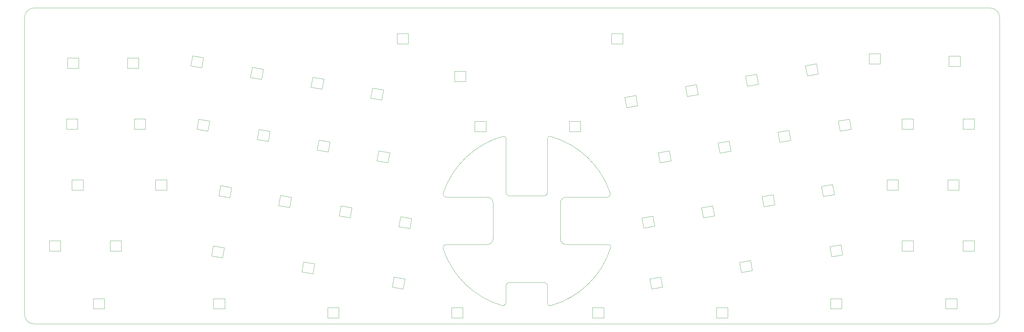
<source format=gbr>
G04 #@! TF.GenerationSoftware,KiCad,Pcbnew,(6.0.0-0)*
G04 #@! TF.CreationDate,2021-12-31T14:24:18+09:00*
G04 #@! TF.ProjectId,aliceball,616c6963-6562-4616-9c6c-2e6b69636164,rev?*
G04 #@! TF.SameCoordinates,Original*
G04 #@! TF.FileFunction,Profile,NP*
%FSLAX46Y46*%
G04 Gerber Fmt 4.6, Leading zero omitted, Abs format (unit mm)*
G04 Created by KiCad (PCBNEW (6.0.0-0)) date 2021-12-31 14:24:18*
%MOMM*%
%LPD*%
G01*
G04 APERTURE LIST*
G04 #@! TA.AperFunction,Profile*
%ADD10C,0.100000*%
G04 #@! TD*
G04 #@! TA.AperFunction,Profile*
%ADD11C,0.120000*%
G04 #@! TD*
G04 APERTURE END LIST*
D10*
X19275000Y-113050000D02*
G75*
G03*
X22275000Y-116050000I3000001J1D01*
G01*
X22275000Y-17250000D02*
G75*
G03*
X19275000Y-20250000I1J-3000001D01*
G01*
X320625000Y-116050000D02*
G75*
G03*
X323625000Y-113050000I-1J3000001D01*
G01*
X323625000Y-20250000D02*
G75*
G03*
X320625000Y-17250000I-3000001J-1D01*
G01*
X169545000Y-75057000D02*
X169545000Y-75057000D01*
X202120499Y-75247500D02*
G75*
G03*
X183451500Y-57404725I-26104861J-8625540D01*
G01*
X169545000Y-104203500D02*
X169545000Y-109347000D01*
X170688000Y-103060500D02*
G75*
G03*
X169545000Y-104203500I0J-1143000D01*
G01*
X320625000Y-17250000D02*
X22275000Y-17250000D01*
X186499500Y-78295500D02*
X186499500Y-89344500D01*
X151009904Y-91259856D02*
G75*
G03*
X149866904Y-92392500I-92542J-1049659D01*
G01*
X201358500Y-76390500D02*
X188404500Y-76390500D01*
X186499500Y-89344500D02*
G75*
G03*
X188404500Y-91249500I1905001J1D01*
G01*
X188404500Y-91249500D02*
X201549000Y-91249500D01*
X169545000Y-74866500D02*
X169545000Y-58069745D01*
X183642000Y-110299500D02*
G75*
G03*
X202221628Y-92198082I-7427249J26209410D01*
G01*
X169545000Y-58069745D02*
G75*
G03*
X168783000Y-57340500I-769564J-41394D01*
G01*
X163639500Y-91249500D02*
G75*
G03*
X165530962Y-89358038I-5J1891467D01*
G01*
X169545000Y-74866500D02*
G75*
G03*
X170688000Y-76009500I1143000J0D01*
G01*
X183451500Y-57404725D02*
G75*
G03*
X182499000Y-58166725I-221969J-698851D01*
G01*
X151009904Y-91259856D02*
X163639500Y-91249500D01*
X163830000Y-76390500D02*
X150685500Y-76390500D01*
X181356000Y-103060500D02*
X170688000Y-103060500D01*
X165530962Y-89358038D02*
X165530962Y-78309038D01*
X168329756Y-110299499D02*
G75*
G03*
X169545000Y-109347000I198157J998664D01*
G01*
X168783000Y-57340500D02*
G75*
G03*
X149923500Y-75247500I7268917J-26540394D01*
G01*
X149866904Y-92392500D02*
G75*
G03*
X168329756Y-110299500I26167662J8508454D01*
G01*
X201358500Y-76390499D02*
G75*
G03*
X202120500Y-75247500I-378551J1077867D01*
G01*
X182499000Y-104203500D02*
G75*
G03*
X181356000Y-103060500I-1143000J0D01*
G01*
X165530962Y-78309038D02*
G75*
G03*
X163830000Y-76390500I-1932456J-2D01*
G01*
X182498999Y-109728000D02*
G75*
G03*
X183642000Y-110299500I806540J184329D01*
G01*
X202221628Y-92198082D02*
G75*
G03*
X201549000Y-91249500I-683019J228447D01*
G01*
X181356000Y-76009500D02*
G75*
G03*
X182499000Y-74866500I0J1143000D01*
G01*
X170688000Y-76009500D02*
X181356000Y-76009500D01*
X182499000Y-74866500D02*
X182499000Y-58166725D01*
X182499000Y-104203500D02*
X182499000Y-109728000D01*
X188404500Y-76390500D02*
G75*
G03*
X186499500Y-78295500I1J-1905001D01*
G01*
X323625000Y-20250000D02*
X323625000Y-113050000D01*
X149923500Y-75247500D02*
G75*
G03*
X150685500Y-76390500I1093623J-96418D01*
G01*
X19275000Y-20250000D02*
X19275000Y-113050000D01*
X22275000Y-116050000D02*
X320625000Y-116050000D01*
D11*
X36154500Y-32880500D02*
X36154500Y-36080500D01*
X36154500Y-36080500D02*
X32654500Y-36080500D01*
X32654500Y-36080500D02*
X32654500Y-32880500D01*
X32654500Y-32880500D02*
X36154500Y-32880500D01*
X109824251Y-97216692D02*
X109268576Y-100368077D01*
X109268576Y-100368077D02*
X105821749Y-99760308D01*
X105821749Y-99760308D02*
X106377424Y-96608923D01*
X106377424Y-96608923D02*
X109824251Y-97216692D01*
X152555000Y-110985500D02*
X152555000Y-114185500D01*
X152555000Y-114185500D02*
X156055000Y-114185500D01*
X156055000Y-114185500D02*
X156055000Y-110985500D01*
X156055000Y-110985500D02*
X152555000Y-110985500D01*
X235232000Y-110985500D02*
X235232000Y-114185500D01*
X235232000Y-114185500D02*
X238732000Y-114185500D01*
X238732000Y-114185500D02*
X238732000Y-110985500D01*
X238732000Y-110985500D02*
X235232000Y-110985500D01*
X202466000Y-25260500D02*
X202466000Y-28460500D01*
X202466000Y-28460500D02*
X205966000Y-28460500D01*
X205966000Y-28460500D02*
X205966000Y-25260500D01*
X205966000Y-25260500D02*
X202466000Y-25260500D01*
X78260000Y-108128000D02*
X78260000Y-111328000D01*
X78260000Y-111328000D02*
X81760000Y-111328000D01*
X81760000Y-111328000D02*
X81760000Y-108128000D01*
X81760000Y-108128000D02*
X78260000Y-108128000D01*
X40731500Y-108128000D02*
X40731500Y-111328000D01*
X40731500Y-111328000D02*
X44231500Y-111328000D01*
X44231500Y-111328000D02*
X44231500Y-108128000D01*
X44231500Y-108128000D02*
X40731500Y-108128000D01*
X196560500Y-110985500D02*
X196560500Y-114185500D01*
X196560500Y-114185500D02*
X200060500Y-114185500D01*
X200060500Y-114185500D02*
X200060500Y-110985500D01*
X200060500Y-110985500D02*
X196560500Y-110985500D01*
X306784000Y-108128000D02*
X306784000Y-111328000D01*
X306784000Y-111328000D02*
X310284000Y-111328000D01*
X310284000Y-111328000D02*
X310284000Y-108128000D01*
X310284000Y-108128000D02*
X306784000Y-108128000D01*
X113883500Y-110985500D02*
X113883500Y-114185500D01*
X113883500Y-114185500D02*
X117383500Y-114185500D01*
X117383500Y-114185500D02*
X117383500Y-110985500D01*
X117383500Y-110985500D02*
X113883500Y-110985500D01*
X135524500Y-25260500D02*
X135524500Y-28460500D01*
X135524500Y-28460500D02*
X139024500Y-28460500D01*
X139024500Y-28460500D02*
X139024500Y-25260500D01*
X139024500Y-25260500D02*
X135524500Y-25260500D01*
X270855500Y-108128000D02*
X270855500Y-111328000D01*
X270855500Y-111328000D02*
X274355500Y-111328000D01*
X274355500Y-111328000D02*
X274355500Y-108128000D01*
X274355500Y-108128000D02*
X270855500Y-108128000D01*
X220520576Y-61937923D02*
X221076251Y-65089308D01*
X221076251Y-65089308D02*
X217629424Y-65697077D01*
X217629424Y-65697077D02*
X217073749Y-62545692D01*
X217073749Y-62545692D02*
X220520576Y-61937923D01*
X37564000Y-70980500D02*
X37564000Y-74180500D01*
X37564000Y-74180500D02*
X34064000Y-74180500D01*
X34064000Y-74180500D02*
X34064000Y-70980500D01*
X34064000Y-70980500D02*
X37564000Y-70980500D01*
X247762076Y-37934923D02*
X248317751Y-41086308D01*
X248317751Y-41086308D02*
X244870924Y-41694077D01*
X244870924Y-41694077D02*
X244315249Y-38542692D01*
X244315249Y-38542692D02*
X247762076Y-37934923D01*
X215377076Y-82321423D02*
X215932751Y-85472808D01*
X215932751Y-85472808D02*
X212485924Y-86080577D01*
X212485924Y-86080577D02*
X211930249Y-82929192D01*
X211930249Y-82929192D02*
X215377076Y-82321423D01*
X63662500Y-70980500D02*
X63662500Y-74180500D01*
X63662500Y-74180500D02*
X60162500Y-74180500D01*
X60162500Y-74180500D02*
X60162500Y-70980500D01*
X60162500Y-70980500D02*
X63662500Y-70980500D01*
X81630251Y-92263692D02*
X81074576Y-95415077D01*
X81074576Y-95415077D02*
X77627749Y-94807308D01*
X77627749Y-94807308D02*
X78183424Y-91655923D01*
X78183424Y-91655923D02*
X81630251Y-92263692D01*
X252905576Y-75653923D02*
X253461251Y-78805308D01*
X253461251Y-78805308D02*
X250014424Y-79413077D01*
X250014424Y-79413077D02*
X249458749Y-76261692D01*
X249458749Y-76261692D02*
X252905576Y-75653923D01*
X114586751Y-59116692D02*
X114031076Y-62268077D01*
X114031076Y-62268077D02*
X110584249Y-61660308D01*
X110584249Y-61660308D02*
X111139924Y-58508923D01*
X111139924Y-58508923D02*
X114586751Y-59116692D01*
X138018251Y-101979192D02*
X137462576Y-105130577D01*
X137462576Y-105130577D02*
X134015749Y-104522808D01*
X134015749Y-104522808D02*
X134571424Y-101371423D01*
X134571424Y-101371423D02*
X138018251Y-101979192D01*
X163294000Y-52692500D02*
X163294000Y-55892500D01*
X163294000Y-55892500D02*
X159794000Y-55892500D01*
X159794000Y-55892500D02*
X159794000Y-52692500D01*
X159794000Y-52692500D02*
X163294000Y-52692500D01*
X266431076Y-34696423D02*
X266986751Y-37847808D01*
X266986751Y-37847808D02*
X263539924Y-38455577D01*
X263539924Y-38455577D02*
X262984249Y-35304192D01*
X262984249Y-35304192D02*
X266431076Y-34696423D01*
X121444751Y-79690692D02*
X120889076Y-82842077D01*
X120889076Y-82842077D02*
X117442249Y-82234308D01*
X117442249Y-82234308D02*
X117997924Y-79082923D01*
X117997924Y-79082923D02*
X121444751Y-79690692D01*
X274051076Y-91274923D02*
X274606751Y-94426308D01*
X274606751Y-94426308D02*
X271159924Y-95034077D01*
X271159924Y-95034077D02*
X270604249Y-91882692D01*
X270604249Y-91882692D02*
X274051076Y-91274923D01*
X315694000Y-51930500D02*
X315694000Y-55130500D01*
X315694000Y-55130500D02*
X312194000Y-55130500D01*
X312194000Y-55130500D02*
X312194000Y-51930500D01*
X312194000Y-51930500D02*
X315694000Y-51930500D01*
X286357000Y-31547000D02*
X286357000Y-34747000D01*
X286357000Y-34747000D02*
X282857000Y-34747000D01*
X282857000Y-34747000D02*
X282857000Y-31547000D01*
X282857000Y-31547000D02*
X286357000Y-31547000D01*
X315694000Y-90030500D02*
X315694000Y-93230500D01*
X315694000Y-93230500D02*
X312194000Y-93230500D01*
X312194000Y-93230500D02*
X312194000Y-90030500D01*
X312194000Y-90030500D02*
X315694000Y-90030500D01*
X140074170Y-83079942D02*
X139518495Y-86231327D01*
X139518495Y-86231327D02*
X136071668Y-85623558D01*
X136071668Y-85623558D02*
X136627343Y-82472173D01*
X136627343Y-82472173D02*
X140074170Y-83079942D01*
X35849500Y-51930500D02*
X35849500Y-55130500D01*
X35849500Y-55130500D02*
X32349500Y-55130500D01*
X32349500Y-55130500D02*
X32349500Y-51930500D01*
X32349500Y-51930500D02*
X35849500Y-51930500D01*
X291957500Y-70980500D02*
X291957500Y-74180500D01*
X291957500Y-74180500D02*
X288457500Y-74180500D01*
X288457500Y-74180500D02*
X288457500Y-70980500D01*
X288457500Y-70980500D02*
X291957500Y-70980500D01*
X56995000Y-51930500D02*
X56995000Y-55130500D01*
X56995000Y-55130500D02*
X53495000Y-55130500D01*
X53495000Y-55130500D02*
X53495000Y-51930500D01*
X53495000Y-51930500D02*
X56995000Y-51930500D01*
X102585251Y-76452192D02*
X102029576Y-79603577D01*
X102029576Y-79603577D02*
X98582749Y-78995808D01*
X98582749Y-78995808D02*
X99138424Y-75844423D01*
X99138424Y-75844423D02*
X102585251Y-76452192D01*
X239189576Y-58889923D02*
X239745251Y-62041308D01*
X239745251Y-62041308D02*
X236298424Y-62649077D01*
X236298424Y-62649077D02*
X235742749Y-59497692D01*
X235742749Y-59497692D02*
X239189576Y-58889923D01*
X257858576Y-55460923D02*
X258414251Y-58612308D01*
X258414251Y-58612308D02*
X254967424Y-59220077D01*
X254967424Y-59220077D02*
X254411749Y-56068692D01*
X254411749Y-56068692D02*
X257858576Y-55460923D01*
X192821500Y-52692500D02*
X192821500Y-55892500D01*
X192821500Y-55892500D02*
X189321500Y-55892500D01*
X189321500Y-55892500D02*
X189321500Y-52692500D01*
X189321500Y-52692500D02*
X192821500Y-52692500D01*
X49489500Y-90030500D02*
X49489500Y-93230500D01*
X49489500Y-93230500D02*
X45989500Y-93230500D01*
X45989500Y-93230500D02*
X45989500Y-90030500D01*
X45989500Y-90030500D02*
X49489500Y-90030500D01*
X30515500Y-90030500D02*
X30515500Y-93230500D01*
X30515500Y-93230500D02*
X27015500Y-93230500D01*
X27015500Y-93230500D02*
X27015500Y-90030500D01*
X27015500Y-90030500D02*
X30515500Y-90030500D01*
X228984548Y-41173423D02*
X229540223Y-44324808D01*
X229540223Y-44324808D02*
X226093396Y-44932577D01*
X226093396Y-44932577D02*
X225537721Y-41781192D01*
X225537721Y-41781192D02*
X228984548Y-41173423D01*
X112681751Y-39495192D02*
X112126076Y-42646577D01*
X112126076Y-42646577D02*
X108679249Y-42038808D01*
X108679249Y-42038808D02*
X109234924Y-38887423D01*
X109234924Y-38887423D02*
X112681751Y-39495192D01*
X133255751Y-62545692D02*
X132700076Y-65697077D01*
X132700076Y-65697077D02*
X129253249Y-65089308D01*
X129253249Y-65089308D02*
X129808924Y-61937923D01*
X129808924Y-61937923D02*
X133255751Y-62545692D01*
X296644000Y-51930500D02*
X296644000Y-55130500D01*
X296644000Y-55130500D02*
X293144000Y-55130500D01*
X293144000Y-55130500D02*
X293144000Y-51930500D01*
X293144000Y-51930500D02*
X296644000Y-51930500D01*
X245857076Y-96227923D02*
X246412751Y-99379308D01*
X246412751Y-99379308D02*
X242965924Y-99987077D01*
X242965924Y-99987077D02*
X242410249Y-96835692D01*
X242410249Y-96835692D02*
X245857076Y-96227923D01*
X157007500Y-37071500D02*
X157007500Y-40271500D01*
X157007500Y-40271500D02*
X153507500Y-40271500D01*
X153507500Y-40271500D02*
X153507500Y-37071500D01*
X153507500Y-37071500D02*
X157007500Y-37071500D01*
X93782670Y-36407442D02*
X93226995Y-39558827D01*
X93226995Y-39558827D02*
X89780168Y-38951058D01*
X89780168Y-38951058D02*
X90335843Y-35799673D01*
X90335843Y-35799673D02*
X93782670Y-36407442D01*
X296644000Y-90030500D02*
X296644000Y-93230500D01*
X296644000Y-93230500D02*
X293144000Y-93230500D01*
X293144000Y-93230500D02*
X293144000Y-90030500D01*
X293144000Y-90030500D02*
X296644000Y-90030500D01*
X276718076Y-52031923D02*
X277273751Y-55183308D01*
X277273751Y-55183308D02*
X273826924Y-55791077D01*
X273826924Y-55791077D02*
X273271249Y-52639692D01*
X273271249Y-52639692D02*
X276718076Y-52031923D01*
X217853576Y-101371423D02*
X218409251Y-104522808D01*
X218409251Y-104522808D02*
X214962424Y-105130577D01*
X214962424Y-105130577D02*
X214406749Y-101979192D01*
X214406749Y-101979192D02*
X217853576Y-101371423D01*
X75153251Y-32827692D02*
X74597576Y-35979077D01*
X74597576Y-35979077D02*
X71150749Y-35371308D01*
X71150749Y-35371308D02*
X71706424Y-32219923D01*
X71706424Y-32219923D02*
X75153251Y-32827692D01*
X311312500Y-32309000D02*
X311312500Y-35509000D01*
X311312500Y-35509000D02*
X307812500Y-35509000D01*
X307812500Y-35509000D02*
X307812500Y-32309000D01*
X307812500Y-32309000D02*
X311312500Y-32309000D01*
X54899500Y-32880500D02*
X54899500Y-36080500D01*
X54899500Y-36080500D02*
X51399500Y-36080500D01*
X51399500Y-36080500D02*
X51399500Y-32880500D01*
X51399500Y-32880500D02*
X54899500Y-32880500D01*
X210043076Y-44602423D02*
X210598751Y-47753808D01*
X210598751Y-47753808D02*
X207151924Y-48361577D01*
X207151924Y-48361577D02*
X206596249Y-45210192D01*
X206596249Y-45210192D02*
X210043076Y-44602423D01*
X77058251Y-52639692D02*
X76502576Y-55791077D01*
X76502576Y-55791077D02*
X73055749Y-55183308D01*
X73055749Y-55183308D02*
X73611424Y-52031923D01*
X73611424Y-52031923D02*
X77058251Y-52639692D01*
X271466048Y-72415423D02*
X272021723Y-75566808D01*
X272021723Y-75566808D02*
X268574896Y-76174577D01*
X268574896Y-76174577D02*
X268019221Y-73023192D01*
X268019221Y-73023192D02*
X271466048Y-72415423D01*
X83916251Y-73404192D02*
X83360576Y-76555577D01*
X83360576Y-76555577D02*
X79913749Y-75947808D01*
X79913749Y-75947808D02*
X80469424Y-72796423D01*
X80469424Y-72796423D02*
X83916251Y-73404192D01*
X310931500Y-70980500D02*
X310931500Y-74180500D01*
X310931500Y-74180500D02*
X307431500Y-74180500D01*
X307431500Y-74180500D02*
X307431500Y-70980500D01*
X307431500Y-70980500D02*
X310931500Y-70980500D01*
X95878170Y-55838442D02*
X95322495Y-58989827D01*
X95322495Y-58989827D02*
X91875668Y-58382058D01*
X91875668Y-58382058D02*
X92431343Y-55230673D01*
X92431343Y-55230673D02*
X95878170Y-55838442D01*
X131311170Y-42884442D02*
X130755495Y-46035827D01*
X130755495Y-46035827D02*
X127308668Y-45428058D01*
X127308668Y-45428058D02*
X127864343Y-42276673D01*
X127864343Y-42276673D02*
X131311170Y-42884442D01*
X234046076Y-79082923D02*
X234601751Y-82234308D01*
X234601751Y-82234308D02*
X231154924Y-82842077D01*
X231154924Y-82842077D02*
X230599249Y-79690692D01*
X230599249Y-79690692D02*
X234046076Y-79082923D01*
M02*

</source>
